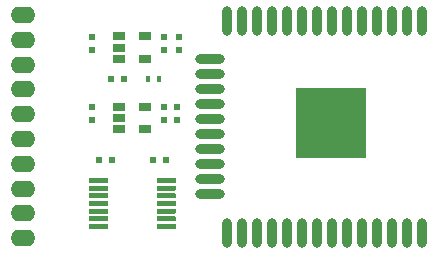
<source format=gbr>
%TF.GenerationSoftware,KiCad,Pcbnew,(5.1.9)-1*%
%TF.CreationDate,2022-04-05T10:11:24-05:00*%
%TF.ProjectId,iPod Bluetooth I2C Bridge,69506f64-2042-46c7-9565-746f6f746820,rev?*%
%TF.SameCoordinates,Original*%
%TF.FileFunction,Soldermask,Top*%
%TF.FilePolarity,Negative*%
%FSLAX46Y46*%
G04 Gerber Fmt 4.6, Leading zero omitted, Abs format (unit mm)*
G04 Created by KiCad (PCBNEW (5.1.9)-1) date 2022-04-05 10:11:24*
%MOMM*%
%LPD*%
G01*
G04 APERTURE LIST*
%ADD10O,0.900000X2.500000*%
%ADD11O,2.500000X0.900000*%
%ADD12R,6.000000X6.000000*%
%ADD13O,2.100000X1.400000*%
%ADD14R,0.400000X0.600000*%
%ADD15R,0.500000X0.600000*%
%ADD16R,0.600000X0.500000*%
%ADD17R,1.060000X0.650000*%
G04 APERTURE END LIST*
D10*
%TO.C,MD1*%
X68250000Y-49500000D03*
X66980000Y-49500000D03*
X65710000Y-49500000D03*
X64440000Y-49500000D03*
X63170000Y-49500000D03*
X61900000Y-49500000D03*
X60630000Y-49500000D03*
X59360000Y-49500000D03*
X58090000Y-49500000D03*
X56820000Y-49500000D03*
X55550000Y-49500000D03*
X54280000Y-49500000D03*
X53010000Y-49500000D03*
X51740000Y-49500000D03*
D11*
X50250000Y-46215000D03*
X50250000Y-44945000D03*
X50250000Y-43675000D03*
X50250000Y-42405000D03*
X50250000Y-41135000D03*
X50250000Y-39865000D03*
X50250000Y-38595000D03*
X50250000Y-37325000D03*
X50250000Y-36055000D03*
X50250000Y-34785000D03*
D10*
X51740000Y-31500000D03*
X53010000Y-31500000D03*
X54280000Y-31500000D03*
X55550000Y-31500000D03*
X56820000Y-31500000D03*
X58090000Y-31500000D03*
X59360000Y-31500000D03*
X60630000Y-31500000D03*
X61900000Y-31500000D03*
X63170000Y-31500000D03*
X64440000Y-31500000D03*
X65710000Y-31500000D03*
X66980000Y-31500000D03*
X68250000Y-31500000D03*
D12*
X60550000Y-40200000D03*
%TD*%
D13*
%TO.C,J1*%
X34417000Y-49920000D03*
X34417000Y-47820000D03*
X34417000Y-45720000D03*
X34417000Y-43620000D03*
X34417000Y-41520000D03*
X34417000Y-39420000D03*
X34417000Y-37320000D03*
X34417000Y-35220000D03*
X34417000Y-33120000D03*
X34417000Y-31020000D03*
%TD*%
D14*
%TO.C,R1*%
X45916000Y-36449000D03*
X45016000Y-36449000D03*
%TD*%
D15*
%TO.C,C3*%
X46355000Y-32851000D03*
X46355000Y-33951000D03*
%TD*%
D16*
%TO.C,C1*%
X42968000Y-36449000D03*
X41868000Y-36449000D03*
%TD*%
D17*
%TO.C,U1*%
X42588000Y-32832000D03*
X42588000Y-33782000D03*
X42588000Y-34732000D03*
X44788000Y-34732000D03*
X44788000Y-32832000D03*
%TD*%
D15*
%TO.C,C2*%
X40259000Y-32851000D03*
X40259000Y-33951000D03*
%TD*%
%TO.C,C6*%
X47625000Y-33951000D03*
X47625000Y-32851000D03*
%TD*%
%TO.C,C7*%
X40259000Y-38820000D03*
X40259000Y-39920000D03*
%TD*%
%TO.C,C8*%
X46355000Y-38820000D03*
X46355000Y-39920000D03*
%TD*%
%TO.C,C9*%
X47498000Y-38820000D03*
X47498000Y-39920000D03*
%TD*%
D16*
%TO.C,C10*%
X41952000Y-43307000D03*
X40852000Y-43307000D03*
%TD*%
%TO.C,C11*%
X45424000Y-43307000D03*
X46524000Y-43307000D03*
%TD*%
D17*
%TO.C,U2*%
X44788000Y-38801000D03*
X44788000Y-40701000D03*
X42588000Y-40701000D03*
X42588000Y-39751000D03*
X42588000Y-38801000D03*
%TD*%
%TO.C,U3*%
G36*
G01*
X45773000Y-45224500D02*
X45773000Y-44855500D01*
G75*
G02*
X45793500Y-44835000I20500J0D01*
G01*
X47322500Y-44835000D01*
G75*
G02*
X47343000Y-44855500I0J-20500D01*
G01*
X47343000Y-45224500D01*
G75*
G02*
X47322500Y-45245000I-20500J0D01*
G01*
X45793500Y-45245000D01*
G75*
G02*
X45773000Y-45224500I0J20500D01*
G01*
G37*
G36*
G01*
X45773000Y-45874500D02*
X45773000Y-45505500D01*
G75*
G02*
X45793500Y-45485000I20500J0D01*
G01*
X47322500Y-45485000D01*
G75*
G02*
X47343000Y-45505500I0J-20500D01*
G01*
X47343000Y-45874500D01*
G75*
G02*
X47322500Y-45895000I-20500J0D01*
G01*
X45793500Y-45895000D01*
G75*
G02*
X45773000Y-45874500I0J20500D01*
G01*
G37*
G36*
G01*
X45773000Y-46524500D02*
X45773000Y-46155500D01*
G75*
G02*
X45793500Y-46135000I20500J0D01*
G01*
X47322500Y-46135000D01*
G75*
G02*
X47343000Y-46155500I0J-20500D01*
G01*
X47343000Y-46524500D01*
G75*
G02*
X47322500Y-46545000I-20500J0D01*
G01*
X45793500Y-46545000D01*
G75*
G02*
X45773000Y-46524500I0J20500D01*
G01*
G37*
G36*
G01*
X45773000Y-47174500D02*
X45773000Y-46805500D01*
G75*
G02*
X45793500Y-46785000I20500J0D01*
G01*
X47322500Y-46785000D01*
G75*
G02*
X47343000Y-46805500I0J-20500D01*
G01*
X47343000Y-47174500D01*
G75*
G02*
X47322500Y-47195000I-20500J0D01*
G01*
X45793500Y-47195000D01*
G75*
G02*
X45773000Y-47174500I0J20500D01*
G01*
G37*
G36*
G01*
X45773000Y-47824500D02*
X45773000Y-47455500D01*
G75*
G02*
X45793500Y-47435000I20500J0D01*
G01*
X47322500Y-47435000D01*
G75*
G02*
X47343000Y-47455500I0J-20500D01*
G01*
X47343000Y-47824500D01*
G75*
G02*
X47322500Y-47845000I-20500J0D01*
G01*
X45793500Y-47845000D01*
G75*
G02*
X45773000Y-47824500I0J20500D01*
G01*
G37*
G36*
G01*
X45773000Y-48474500D02*
X45773000Y-48105500D01*
G75*
G02*
X45793500Y-48085000I20500J0D01*
G01*
X47322500Y-48085000D01*
G75*
G02*
X47343000Y-48105500I0J-20500D01*
G01*
X47343000Y-48474500D01*
G75*
G02*
X47322500Y-48495000I-20500J0D01*
G01*
X45793500Y-48495000D01*
G75*
G02*
X45773000Y-48474500I0J20500D01*
G01*
G37*
G36*
G01*
X45773000Y-49124500D02*
X45773000Y-48755500D01*
G75*
G02*
X45793500Y-48735000I20500J0D01*
G01*
X47322500Y-48735000D01*
G75*
G02*
X47343000Y-48755500I0J-20500D01*
G01*
X47343000Y-49124500D01*
G75*
G02*
X47322500Y-49145000I-20500J0D01*
G01*
X45793500Y-49145000D01*
G75*
G02*
X45773000Y-49124500I0J20500D01*
G01*
G37*
G36*
G01*
X40033000Y-49124500D02*
X40033000Y-48755500D01*
G75*
G02*
X40053500Y-48735000I20500J0D01*
G01*
X41582500Y-48735000D01*
G75*
G02*
X41603000Y-48755500I0J-20500D01*
G01*
X41603000Y-49124500D01*
G75*
G02*
X41582500Y-49145000I-20500J0D01*
G01*
X40053500Y-49145000D01*
G75*
G02*
X40033000Y-49124500I0J20500D01*
G01*
G37*
G36*
G01*
X40033000Y-48474500D02*
X40033000Y-48105500D01*
G75*
G02*
X40053500Y-48085000I20500J0D01*
G01*
X41582500Y-48085000D01*
G75*
G02*
X41603000Y-48105500I0J-20500D01*
G01*
X41603000Y-48474500D01*
G75*
G02*
X41582500Y-48495000I-20500J0D01*
G01*
X40053500Y-48495000D01*
G75*
G02*
X40033000Y-48474500I0J20500D01*
G01*
G37*
G36*
G01*
X40033000Y-47824500D02*
X40033000Y-47455500D01*
G75*
G02*
X40053500Y-47435000I20500J0D01*
G01*
X41582500Y-47435000D01*
G75*
G02*
X41603000Y-47455500I0J-20500D01*
G01*
X41603000Y-47824500D01*
G75*
G02*
X41582500Y-47845000I-20500J0D01*
G01*
X40053500Y-47845000D01*
G75*
G02*
X40033000Y-47824500I0J20500D01*
G01*
G37*
G36*
G01*
X40033000Y-47174500D02*
X40033000Y-46805500D01*
G75*
G02*
X40053500Y-46785000I20500J0D01*
G01*
X41582500Y-46785000D01*
G75*
G02*
X41603000Y-46805500I0J-20500D01*
G01*
X41603000Y-47174500D01*
G75*
G02*
X41582500Y-47195000I-20500J0D01*
G01*
X40053500Y-47195000D01*
G75*
G02*
X40033000Y-47174500I0J20500D01*
G01*
G37*
G36*
G01*
X40033000Y-46524500D02*
X40033000Y-46155500D01*
G75*
G02*
X40053500Y-46135000I20500J0D01*
G01*
X41582500Y-46135000D01*
G75*
G02*
X41603000Y-46155500I0J-20500D01*
G01*
X41603000Y-46524500D01*
G75*
G02*
X41582500Y-46545000I-20500J0D01*
G01*
X40053500Y-46545000D01*
G75*
G02*
X40033000Y-46524500I0J20500D01*
G01*
G37*
G36*
G01*
X40033000Y-45874500D02*
X40033000Y-45505500D01*
G75*
G02*
X40053500Y-45485000I20500J0D01*
G01*
X41582500Y-45485000D01*
G75*
G02*
X41603000Y-45505500I0J-20500D01*
G01*
X41603000Y-45874500D01*
G75*
G02*
X41582500Y-45895000I-20500J0D01*
G01*
X40053500Y-45895000D01*
G75*
G02*
X40033000Y-45874500I0J20500D01*
G01*
G37*
G36*
G01*
X40033000Y-45224500D02*
X40033000Y-44855500D01*
G75*
G02*
X40053500Y-44835000I20500J0D01*
G01*
X41582500Y-44835000D01*
G75*
G02*
X41603000Y-44855500I0J-20500D01*
G01*
X41603000Y-45224500D01*
G75*
G02*
X41582500Y-45245000I-20500J0D01*
G01*
X40053500Y-45245000D01*
G75*
G02*
X40033000Y-45224500I0J20500D01*
G01*
G37*
%TD*%
M02*

</source>
